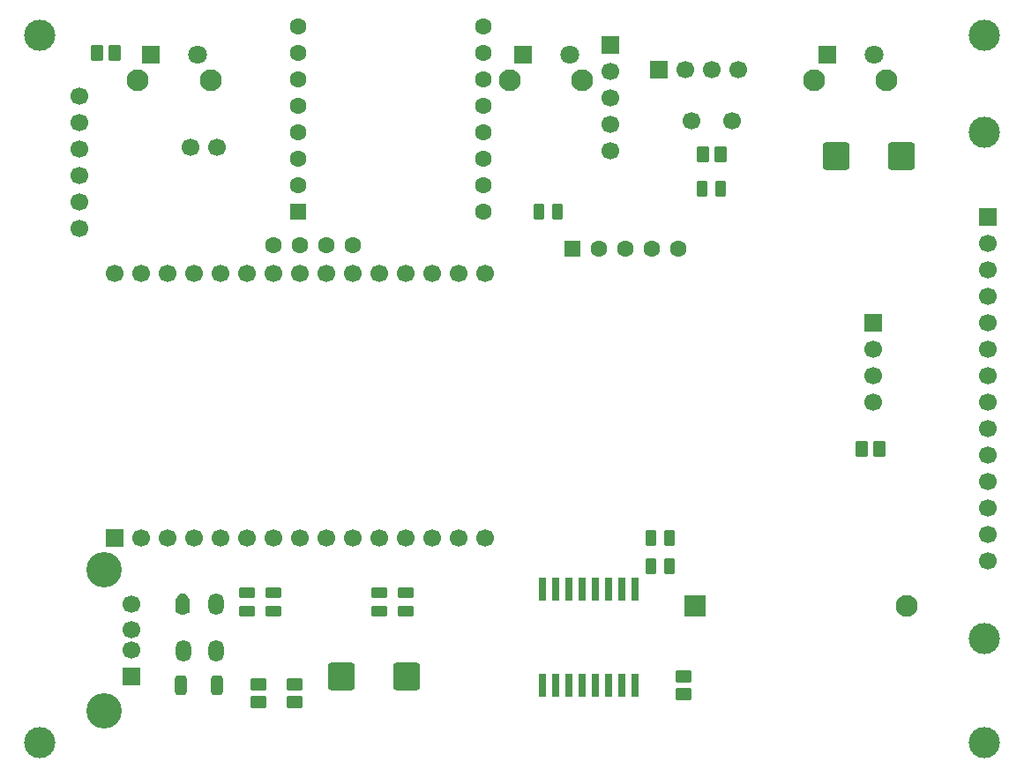
<source format=gbr>
G04 DipTrace 4.2.0.0*
G04 BottomMask.gbr*
%MOMM*%
G04 #@! TF.FileFunction,Soldermask,Bot*
G04 #@! TF.Part,Single*
%AMOUTLINE1*
4,1,28,
-0.30828,0.785,
0.30828,0.785,
0.38276,0.77519,
0.45522,0.74518,
0.51744,0.69744,
0.56518,0.63522,
0.59519,0.56276,
0.605,0.48828,
0.605,-0.48828,
0.59519,-0.56276,
0.56518,-0.63522,
0.51744,-0.69744,
0.45522,-0.74518,
0.38276,-0.77519,
0.30828,-0.785,
-0.30828,-0.785,
-0.38276,-0.77519,
-0.45522,-0.74518,
-0.51744,-0.69744,
-0.56518,-0.63522,
-0.59519,-0.56276,
-0.605,-0.48828,
-0.605,0.48828,
-0.59519,0.56276,
-0.56518,0.63522,
-0.51744,0.69744,
-0.45522,0.74518,
-0.38276,0.77519,
-0.30828,0.785,
0*%
%AMOUTLINE4*
4,1,28,
0.30828,-0.785,
-0.30828,-0.785,
-0.38276,-0.77519,
-0.45522,-0.74518,
-0.51744,-0.69744,
-0.56518,-0.63522,
-0.59519,-0.56276,
-0.605,-0.48828,
-0.605,0.48828,
-0.59519,0.56276,
-0.56518,0.63522,
-0.51744,0.69744,
-0.45522,0.74518,
-0.38276,0.77519,
-0.30828,0.785,
0.30828,0.785,
0.38276,0.77519,
0.45522,0.74518,
0.51744,0.69744,
0.56518,0.63522,
0.59519,0.56276,
0.605,0.48828,
0.605,-0.48828,
0.59519,-0.56276,
0.56518,-0.63522,
0.51744,-0.69744,
0.45522,-0.74518,
0.38276,-0.77519,
0.30828,-0.785,
0*%
%AMOUTLINE7*
4,1,28,
0.785,0.30828,
0.785,-0.30828,
0.77519,-0.38276,
0.74518,-0.45522,
0.69744,-0.51744,
0.63522,-0.56518,
0.56276,-0.59519,
0.48828,-0.605,
-0.48828,-0.605,
-0.56276,-0.59519,
-0.63522,-0.56518,
-0.69744,-0.51744,
-0.74518,-0.45522,
-0.77519,-0.38276,
-0.785,-0.30828,
-0.785,0.30828,
-0.77519,0.38276,
-0.74518,0.45522,
-0.69744,0.51744,
-0.63522,0.56518,
-0.56276,0.59519,
-0.48828,0.605,
0.48828,0.605,
0.56276,0.59519,
0.63522,0.56518,
0.69744,0.51744,
0.74518,0.45522,
0.77519,0.38276,
0.785,0.30828,
0*%
%AMOUTLINE10*
4,1,28,
-0.785,-0.30828,
-0.785,0.30828,
-0.77519,0.38276,
-0.74518,0.45522,
-0.69744,0.51744,
-0.63522,0.56518,
-0.56276,0.59519,
-0.48828,0.605,
0.48828,0.605,
0.56276,0.59519,
0.63522,0.56518,
0.69744,0.51744,
0.74518,0.45522,
0.77519,0.38276,
0.785,0.30828,
0.785,-0.30828,
0.77519,-0.38276,
0.74518,-0.45522,
0.69744,-0.51744,
0.63522,-0.56518,
0.56276,-0.59519,
0.48828,-0.605,
-0.48828,-0.605,
-0.56276,-0.59519,
-0.63522,-0.56518,
-0.69744,-0.51744,
-0.74518,-0.45522,
-0.77519,-0.38276,
-0.785,-0.30828,
0*%
%AMOUTLINE13*
4,1,28,
-1.01328,1.315,
1.01328,1.315,
1.08776,1.30519,
1.16022,1.27518,
1.22244,1.22744,
1.27018,1.16522,
1.30019,1.09276,
1.31,1.01828,
1.31,-1.01828,
1.30019,-1.09276,
1.27018,-1.16522,
1.22244,-1.22744,
1.16022,-1.27518,
1.08776,-1.30519,
1.01328,-1.315,
-1.01328,-1.315,
-1.08776,-1.30519,
-1.16022,-1.27518,
-1.22244,-1.22744,
-1.27018,-1.16522,
-1.30019,-1.09276,
-1.31,-1.01828,
-1.31,1.01828,
-1.30019,1.09276,
-1.27018,1.16522,
-1.22244,1.22744,
-1.16022,1.27518,
-1.08776,1.30519,
-1.01328,1.315,
0*%
%AMOUTLINE16*
4,1,28,
1.01328,-1.315,
-1.01328,-1.315,
-1.08776,-1.30519,
-1.16022,-1.27518,
-1.22244,-1.22744,
-1.27018,-1.16522,
-1.30019,-1.09276,
-1.31,-1.01828,
-1.31,1.01828,
-1.30019,1.09276,
-1.27018,1.16522,
-1.22244,1.22744,
-1.16022,1.27518,
-1.08776,1.30519,
-1.01328,1.315,
1.01328,1.315,
1.08776,1.30519,
1.16022,1.27518,
1.22244,1.22744,
1.27018,1.16522,
1.30019,1.09276,
1.31,1.01828,
1.31,-1.01828,
1.30019,-1.09276,
1.27018,-1.16522,
1.22244,-1.22744,
1.16022,-1.27518,
1.08776,-1.30519,
1.01328,-1.315,
0*%
%AMOUTLINE19*
4,1,28,
-0.26328,0.92,
0.26328,0.92,
0.33776,0.91019,
0.41022,0.88018,
0.47244,0.83244,
0.52018,0.77022,
0.55019,0.69776,
0.56,0.62328,
0.56,-0.62328,
0.55019,-0.69776,
0.52018,-0.77022,
0.47244,-0.83244,
0.41022,-0.88018,
0.33776,-0.91019,
0.26328,-0.92,
-0.26328,-0.92,
-0.33776,-0.91019,
-0.41022,-0.88018,
-0.47244,-0.83244,
-0.52018,-0.77022,
-0.55019,-0.69776,
-0.56,-0.62328,
-0.56,0.62328,
-0.55019,0.69776,
-0.52018,0.77022,
-0.47244,0.83244,
-0.41022,0.88018,
-0.33776,0.91019,
-0.26328,0.92,
0*%
%AMOUTLINE22*
4,1,28,
0.26328,-0.92,
-0.26328,-0.92,
-0.33776,-0.91019,
-0.41022,-0.88018,
-0.47244,-0.83244,
-0.52018,-0.77022,
-0.55019,-0.69776,
-0.56,-0.62328,
-0.56,0.62328,
-0.55019,0.69776,
-0.52018,0.77022,
-0.47244,0.83244,
-0.41022,0.88018,
-0.33776,0.91019,
-0.26328,0.92,
0.26328,0.92,
0.33776,0.91019,
0.41022,0.88018,
0.47244,0.83244,
0.52018,0.77022,
0.55019,0.69776,
0.56,0.62328,
0.56,-0.62328,
0.55019,-0.69776,
0.52018,-0.77022,
0.47244,-0.83244,
0.41022,-0.88018,
0.33776,-0.91019,
0.26328,-0.92,
0*%
%AMOUTLINE25*
4,1,28,
0.24328,-0.76,
-0.24328,-0.76,
-0.31776,-0.75019,
-0.39022,-0.72018,
-0.45244,-0.67244,
-0.50018,-0.61022,
-0.53019,-0.53776,
-0.54,-0.46328,
-0.54,0.46328,
-0.53019,0.53776,
-0.50018,0.61022,
-0.45244,0.67244,
-0.39022,0.72018,
-0.31776,0.75019,
-0.24328,0.76,
0.24328,0.76,
0.31776,0.75019,
0.39022,0.72018,
0.45244,0.67244,
0.50018,0.61022,
0.53019,0.53776,
0.54,0.46328,
0.54,-0.46328,
0.53019,-0.53776,
0.50018,-0.61022,
0.45244,-0.67244,
0.39022,-0.72018,
0.31776,-0.75019,
0.24328,-0.76,
0*%
%AMOUTLINE28*
4,1,28,
-0.24328,0.76,
0.24328,0.76,
0.31776,0.75019,
0.39022,0.72018,
0.45244,0.67244,
0.50018,0.61022,
0.53019,0.53776,
0.54,0.46328,
0.54,-0.46328,
0.53019,-0.53776,
0.50018,-0.61022,
0.45244,-0.67244,
0.39022,-0.72018,
0.31776,-0.75019,
0.24328,-0.76,
-0.24328,-0.76,
-0.31776,-0.75019,
-0.39022,-0.72018,
-0.45244,-0.67244,
-0.50018,-0.61022,
-0.53019,-0.53776,
-0.54,-0.46328,
-0.54,0.46328,
-0.53019,0.53776,
-0.50018,0.61022,
-0.45244,0.67244,
-0.39022,0.72018,
-0.31776,0.75019,
-0.24328,0.76,
0*%
%AMOUTLINE31*
4,1,28,
0.76,0.24328,
0.76,-0.24328,
0.75019,-0.31776,
0.72018,-0.39022,
0.67244,-0.45244,
0.61022,-0.50018,
0.53776,-0.53019,
0.46328,-0.54,
-0.46328,-0.54,
-0.53776,-0.53019,
-0.61022,-0.50018,
-0.67244,-0.45244,
-0.72018,-0.39022,
-0.75019,-0.31776,
-0.76,-0.24328,
-0.76,0.24328,
-0.75019,0.31776,
-0.72018,0.39022,
-0.67244,0.45244,
-0.61022,0.50018,
-0.53776,0.53019,
-0.46328,0.54,
0.46328,0.54,
0.53776,0.53019,
0.61022,0.50018,
0.67244,0.45244,
0.72018,0.39022,
0.75019,0.31776,
0.76,0.24328,
0*%
%AMOUTLINE34*
4,1,28,
-0.76,-0.24328,
-0.76,0.24328,
-0.75019,0.31776,
-0.72018,0.39022,
-0.67244,0.45244,
-0.61022,0.50018,
-0.53776,0.53019,
-0.46328,0.54,
0.46328,0.54,
0.53776,0.53019,
0.61022,0.50018,
0.67244,0.45244,
0.72018,0.39022,
0.75019,0.31776,
0.76,0.24328,
0.76,-0.24328,
0.75019,-0.31776,
0.72018,-0.39022,
0.67244,-0.45244,
0.61022,-0.50018,
0.53776,-0.53019,
0.46328,-0.54,
-0.46328,-0.54,
-0.53776,-0.53019,
-0.61022,-0.50018,
-0.67244,-0.45244,
-0.72018,-0.39022,
-0.75019,-0.31776,
-0.76,-0.24328,
0*%
%AMOUTLINE37*
4,1,28,
-0.16828,1.125,
0.16828,1.125,
0.21946,1.11826,
0.27022,1.09724,
0.3138,1.0638,
0.34724,1.02022,
0.36826,0.96946,
0.375,0.91828,
0.375,-0.91828,
0.36826,-0.96946,
0.34724,-1.02022,
0.3138,-1.0638,
0.27022,-1.09724,
0.21946,-1.11826,
0.16828,-1.125,
-0.16828,-1.125,
-0.21946,-1.11826,
-0.27022,-1.09724,
-0.3138,-1.0638,
-0.34724,-1.02022,
-0.36826,-0.96946,
-0.375,-0.91828,
-0.375,0.91828,
-0.36826,0.96946,
-0.34724,1.02022,
-0.3138,1.0638,
-0.27022,1.09724,
-0.21946,1.11826,
-0.16828,1.125,
0*%
%AMOUTLINE40*
4,1,28,
0.16828,-1.125,
-0.16828,-1.125,
-0.21946,-1.11826,
-0.27022,-1.09724,
-0.3138,-1.0638,
-0.34724,-1.02022,
-0.36826,-0.96946,
-0.375,-0.91828,
-0.375,0.91828,
-0.36826,0.96946,
-0.34724,1.02022,
-0.3138,1.0638,
-0.27022,1.09724,
-0.21946,1.11826,
-0.16828,1.125,
0.16828,1.125,
0.21946,1.11826,
0.27022,1.09724,
0.3138,1.0638,
0.34724,1.02022,
0.36826,0.96946,
0.375,0.91828,
0.375,-0.91828,
0.36826,-0.96946,
0.34724,-1.02022,
0.3138,-1.0638,
0.27022,-1.09724,
0.21946,-1.11826,
0.16828,-1.125,
0*%
%AMOUTLINE43*
4,1,8,
-0.2797,-0.97387,
0.27889,-0.97387,
0.69183,-0.78257,
0.69677,0.39837,
0.2939,0.97387,
-0.2939,0.97387,
-0.69677,0.39837,
-0.69184,-0.7673,
-0.2797,-0.97387,
0*%
%ADD19R,1.6X1.6*%
%ADD20C,1.6*%
%ADD22R,1.7X1.7*%
%ADD30C,3.0*%
%ADD38C,3.4*%
%ADD40O,1.5X2.1*%
%ADD43C,1.6*%
%ADD45C,2.1*%
%ADD47R,1.8X1.8*%
%ADD48C,1.8*%
%ADD49C,1.7*%
%ADD51R,2.1X2.1*%
%ADD53C,2.1*%
%ADD58OUTLINE1*%
%ADD61OUTLINE4*%
%ADD64OUTLINE7*%
%ADD67OUTLINE10*%
%ADD70OUTLINE13*%
%ADD73OUTLINE16*%
%ADD76OUTLINE19*%
%ADD79OUTLINE22*%
%ADD82OUTLINE25*%
%ADD85OUTLINE28*%
%ADD88OUTLINE31*%
%ADD91OUTLINE34*%
%ADD94OUTLINE37*%
%ADD97OUTLINE40*%
%ADD100OUTLINE43*%
%FSLAX35Y35*%
G04*
G71*
G90*
G75*
G01*
G04 BotMask*
%LPD*%
D53*
X8556623Y1555750D3*
D51*
X6524623D3*
D58*
X6768373Y5889623D3*
D61*
X6598373D3*
D64*
X2333623Y629373D3*
D67*
Y799373D3*
D58*
X958123Y6858000D3*
D61*
X788123D3*
D67*
X6413497Y878747D3*
D64*
Y708747D3*
D67*
X2682873Y799373D3*
D64*
Y629373D3*
D58*
X8292373Y3063873D3*
D61*
X8122373D3*
D70*
X8506500Y5873747D3*
D73*
X7876500D3*
X3129873Y873123D3*
D70*
X3759873D3*
D76*
X1937623Y793747D3*
D79*
X1586623D3*
D30*
X238150Y7032647D3*
X238123Y238123D3*
X9302747D3*
Y7032623D3*
Y1238247D3*
X9302750Y6096000D3*
D20*
X2476497Y5016500D3*
D22*
X5708750Y6938713D3*
D20*
X2730497Y5016500D3*
D49*
X5708750Y6684713D3*
D20*
X2984497Y5016497D3*
D49*
X5708750Y6430713D3*
D20*
X3238500Y5016500D3*
D49*
X5708750Y6176713D3*
Y5922713D3*
D82*
X5023220Y5334897D3*
D85*
X5202220D3*
X6772870Y5556247D3*
D82*
X6593870D3*
D49*
X6881873Y6207123D3*
X6492873D3*
D88*
X3746500Y1498000D3*
D91*
Y1677000D3*
D88*
X3492500Y1498000D3*
D91*
Y1677000D3*
D88*
X2476500Y1498000D3*
D91*
Y1677000D3*
D82*
X6101750Y2206623D3*
D85*
X6280750D3*
X6280747Y1936750D3*
D82*
X6101747D3*
D91*
X2222500Y1677000D3*
D88*
Y1498000D3*
D48*
X8241873Y6847623D3*
D47*
X7791873D3*
D45*
X8366873Y6597623D3*
X7666873D3*
D48*
X1748997Y6847623D3*
D47*
X1298997D3*
D45*
X1873997Y6597623D3*
X1173997D3*
D48*
X5320873Y6847623D3*
D47*
X4870873D3*
D45*
X5445873Y6597623D3*
X4745873D3*
D49*
X1936750Y5953123D3*
X1682750D3*
X4508497Y4746623D3*
X4254497D3*
X4000497D3*
X3746497D3*
X3492497D3*
X3238497D3*
X2984497D3*
X2730497D3*
X2476497D3*
X2222497D3*
X1968497D3*
X1714497D3*
X1460497D3*
X1206497D3*
X952497D3*
X4508497Y2206623D3*
X4254497D3*
X4000497D3*
X3746497D3*
X3492497D3*
X3238497D3*
X2984497D3*
X2730497D3*
X2476497D3*
X2222497D3*
X1968497D3*
X1714497D3*
X1460497D3*
X1206497D3*
D22*
X952497D3*
D43*
X5857873Y4984750D3*
X6111873D3*
X6365873D3*
X5603873D3*
D19*
X5349873D3*
X2714623Y5333997D3*
D43*
Y5587997D3*
Y5841997D3*
Y6095997D3*
Y6349997D3*
Y6603997D3*
Y6857997D3*
Y7111997D3*
X4492623D3*
Y6857997D3*
Y6603997D3*
Y6349997D3*
Y6095997D3*
Y5841997D3*
Y5587997D3*
Y5333997D3*
D94*
X5953123Y793623D3*
X5826123D3*
X5699123D3*
X5572123D3*
X5445123D3*
X5318123D3*
X5191123D3*
X5064123D3*
D97*
Y1714623D3*
X5191123D3*
X5318123D3*
X5445123D3*
X5572123D3*
X5699123D3*
X5826123D3*
X5953123D3*
D49*
X6937373Y6699250D3*
X6683373D3*
X6429373D3*
D22*
X6175373D3*
D100*
X1606793Y1570010D3*
D40*
X1932123D3*
X1612123Y1121123D3*
X1932123D3*
D49*
X8239123Y4016373D3*
Y3762373D3*
Y3508373D3*
D22*
Y4270373D3*
X9334500Y5286373D3*
D49*
Y5032373D3*
Y4778373D3*
Y4524373D3*
Y4270373D3*
Y4016373D3*
Y3762373D3*
Y3508373D3*
Y3254373D3*
Y3000373D3*
Y2746373D3*
Y2492373D3*
Y2238373D3*
Y1984373D3*
X1117123Y1327673D3*
Y1571573D3*
Y1127073D3*
D22*
Y873073D3*
D38*
X856123Y1902373D3*
Y542373D3*
D49*
X619125Y6445247D3*
Y6191247D3*
Y5937247D3*
Y5683247D3*
Y5429247D3*
Y5175247D3*
M02*

</source>
